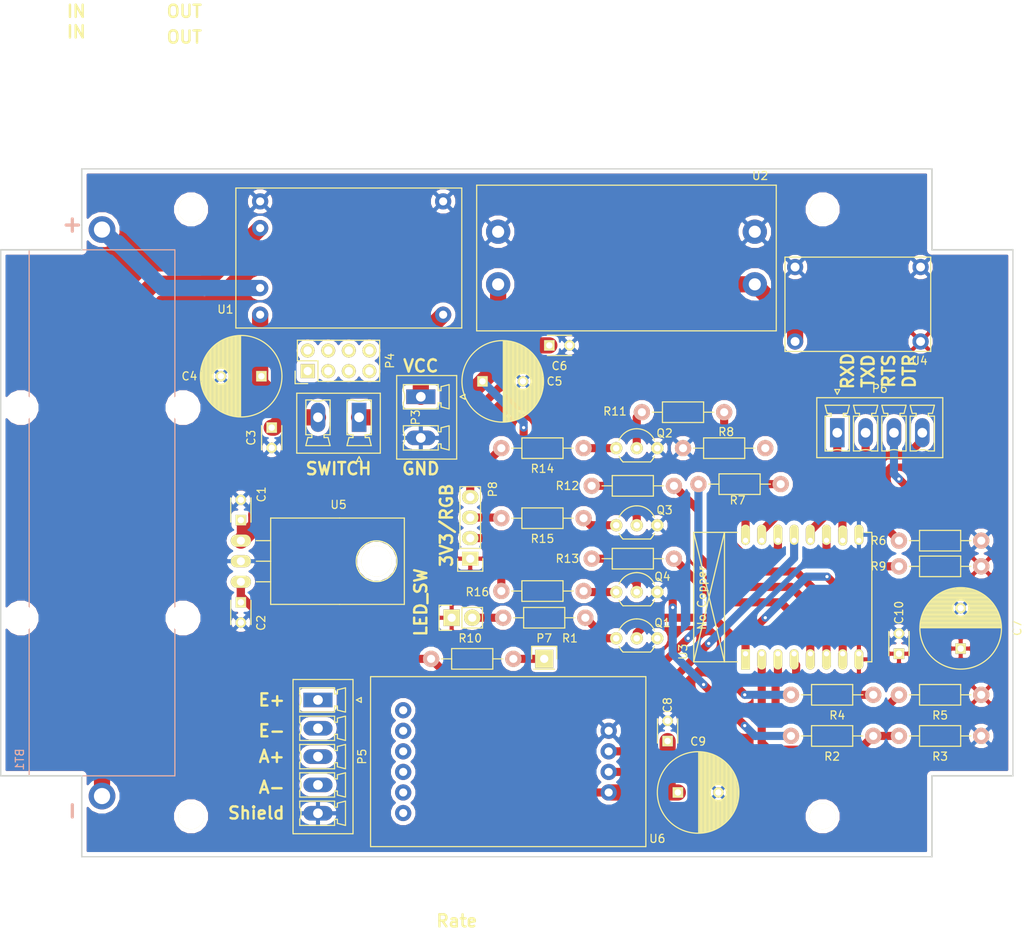
<source format=kicad_pcb>
(kicad_pcb (version 20171130) (host pcbnew 5.0.2-bee76a0~70~ubuntu18.04.1)
  (layers (0 F.Cu signal) (31 B.Cu signal) (34 B.Paste user) (35 F.Paste user) (36 B.SilkS user) (37 F.SilkS user) (38 B.Mask user) (39 F.Mask user) (44 Edge.Cuts user))
  (net 0 "")
  (net 1 "Net-(BT1-Pad+)")
  (net 2 "Net-(BT1-Pad-)")
  (net 3 "Net-(C1-Pad1)")
  (net 4 GND)
  (net 5 +5V)
  (net 6 "Net-(P1-Pad2)")
  (net 7 +3V3)
  (net 8 "Net-(P3-Pad1)")
  (net 9 "Net-(P4-Pad1)")
  (net 10 "Net-(P4-Pad3)")
  (net 11 "Net-(P4-Pad5)")
  (net 12 "Net-(P4-Pad7)")
  (net 13 "Net-(P5-Pad1)")
  (net 14 "Net-(P5-Pad2)")
  (net 15 "Net-(P5-Pad3)")
  (net 16 "Net-(P5-Pad4)")
  (net 17 /RXD)
  (net 18 /TXD)
  (net 19 /RTS)
  (net 20 /DTR)
  (net 21 "Net-(P7-Pad1)")
  (net 22 "Net-(P8-Pad4)")
  (net 23 "Net-(P8-Pad3)")
  (net 24 "Net-(P8-Pad2)")
  (net 25 "Net-(Q1-Pad2)")
  (net 26 "Net-(Q1-Pad1)")
  (net 27 "Net-(Q2-Pad2)")
  (net 28 "Net-(Q2-Pad1)")
  (net 29 "Net-(Q3-Pad1)")
  (net 30 "Net-(Q3-Pad2)")
  (net 31 "Net-(Q4-Pad1)")
  (net 32 "Net-(Q4-Pad2)")
  (net 33 +BATT)
  (net 34 "Net-(R2-Pad1)")
  (net 35 "Net-(R4-Pad2)")
  (net 36 "Net-(R5-Pad1)")
  (net 37 "Net-(R6-Pad2)")
  (net 38 /DT)
  (net 39 "Net-(R7-Pad1)")
  (net 40 "Net-(R9-Pad2)")
  (net 41 /BLUE)
  (net 42 /GREEN)
  (net 43 /RED)
  (net 44 /SCK)
  (net 45 "Net-(C3-Pad1)")
  (module modules:hx711 (layer F.Cu) (at 113.665 118.745)
    (fp_text reference U6 (at 18.415 9.525) (layer F.SilkS))
    (fp_text value HX711)
    (pad 10 thru_hole circle (at 12.41 -3.81) (size 2 2) (drill 1) (layers *.Cu *.Mask) (net 4 GND))
    (pad 9 thru_hole circle (at 12.41 -1.27) (size 2 2) (drill 1) (layers *.Cu *.Mask) (net 38 /DT))
    (pad 8 thru_hole circle (at 12.41 1.27) (size 2 2) (drill 1) (layers *.Cu *.Mask) (net 44 /SCK))
    (pad 7 thru_hole circle (at 12.41 3.81) (size 2 2) (drill 1) (layers *.Cu *.Mask) (net 5 +5V))
    (pad 6 thru_hole circle (at -12.97 6.35) (size 2 2) (drill 1) (layers *.Cu *.Mask))
    (pad 5 thru_hole circle (at -12.97 3.81) (size 2 2) (drill 1) (layers *.Cu *.Mask))
    (pad 4 thru_hole circle (at -12.97 1.27) (size 2 2) (drill 1) (layers *.Cu *.Mask) (net 16 "Net-(P5-Pad4)"))
    (pad 3 thru_hole circle (at -12.97 -1.27) (size 2 2) (drill 1) (layers *.Cu *.Mask) (net 15 "Net-(P5-Pad3)"))
    (pad 2 thru_hole circle (at -12.97 -3.81) (size 2 2) (drill 1) (layers *.Cu *.Mask) (net 14 "Net-(P5-Pad2)"))
    (pad 1 thru_hole circle (at -12.97 -6.35) (size 2 2) (drill 1) (layers *.Cu *.Mask) (net 13 "Net-(P5-Pad1)"))
  )
  (module Capacitors_ThroughHole:C_Radial_D10_L13_P5 (layer F.Cu) (at 110.49 71.755)
    (fp_text reference C5 (at 8.89 0) (layer F.SilkS))
    (fp_text value 10µ)
    (pad 2 thru_hole circle (at 5 0) (size 1.3 1.3) (drill 0.8) (layers *.Cu *.Mask F.SilkS) (net 4 GND))
    (pad 1 thru_hole rect (at 0 0) (size 1.3 1.3) (drill 0.8) (layers *.Cu *.Mask F.SilkS) (net 33 +BATT))
  )
  (module TO_SOT_Packages_THT:TO-220_Neutral123_Horizontal (layer F.Cu) (at 80.645 93.98 270)
    (fp_text reference U5 (at -6.985 -12.065) (layer F.SilkS))
    (fp_text value 7805)
    (pad "" np_thru_hole circle (at 0 -16.764) (size 3.79984 3.79984) (drill 3.79984) (layers *.Cu *.Mask F.SilkS))
    (pad 3 thru_hole oval (at 2.54 0) (size 2.49936 1.50114) (drill 1.00076) (layers *.Cu *.Mask F.SilkS) (net 5 +5V))
    (pad 1 thru_hole oval (at -2.54 0) (size 2.49936 1.50114) (drill 1.00076) (layers *.Cu *.Mask F.SilkS) (net 3 "Net-(C1-Pad1)"))
    (pad 2 thru_hole oval (at 0 0) (size 2.49936 1.50114) (drill 1.00076) (layers *.Cu *.Mask F.SilkS) (net 4 GND))
  )
  (module Capacitors_ThroughHole:C_Disc_D3_P2.5 (layer F.Cu) (at 80.645 88.9 90)
    (fp_text reference C1 (at 3.175 2.54 90) (layer F.SilkS))
    (fp_text value 330n)
    (pad 1 thru_hole rect (at 0 0 90) (size 1.3 1.3) (drill 0.8) (layers *.Cu *.Mask F.SilkS) (net 3 "Net-(C1-Pad1)"))
    (pad 2 thru_hole circle (at 2.5 0 90) (size 1.3 1.3) (drill 0.8001) (layers *.Cu *.Mask F.SilkS) (net 4 GND))
  )
  (module Capacitors_ThroughHole:C_Disc_D3_P2.5 (layer F.Cu) (at 80.645 99.06 270)
    (fp_text reference C2 (at 2.54 -2.5 270) (layer F.SilkS))
    (fp_text value 100n)
    (pad 2 thru_hole circle (at 2.5 0 270) (size 1.3 1.3) (drill 0.8001) (layers *.Cu *.Mask F.SilkS) (net 4 GND))
    (pad 1 thru_hole rect (at 0 0 270) (size 1.3 1.3) (drill 0.8) (layers *.Cu *.Mask F.SilkS) (net 5 +5V))
  )
  (module Pin_Headers:Pin_Header_Straight_1x02 (layer F.Cu) (at 106.68 100.965 90)
    (fp_text reference P1 hide)
    (fp_text value CONN_01X02)
    (pad 2 thru_hole oval (at 0 2.54 90) (size 2.032 2.032) (drill 1.016) (layers *.Cu *.Mask F.SilkS) (net 6 "Net-(P1-Pad2)"))
    (pad 1 thru_hole rect (at 0 0 90) (size 2.032 2.032) (drill 1.016) (layers *.Cu *.Mask F.SilkS) (net 7 +3V3))
  )
  (module Pin_Headers:Pin_Header_Straight_2x04 (layer F.Cu) (at 88.9 70.485 90)
    (fp_text reference P4 (at 1.27 10.16 90) (layer F.SilkS))
    (fp_text value CONN_01X08)
    (pad 1 thru_hole rect (at 0 0 90) (size 1.7272 1.7272) (drill 1.016) (layers *.Cu *.Mask F.SilkS) (net 9 "Net-(P4-Pad1)"))
    (pad 2 thru_hole oval (at 2.54 0 90) (size 1.7272 1.7272) (drill 1.016) (layers *.Cu *.Mask F.SilkS) (net 9 "Net-(P4-Pad1)"))
    (pad 3 thru_hole oval (at 0 2.54 90) (size 1.7272 1.7272) (drill 1.016) (layers *.Cu *.Mask F.SilkS) (net 10 "Net-(P4-Pad3)"))
    (pad 4 thru_hole oval (at 2.54 2.54 90) (size 1.7272 1.7272) (drill 1.016) (layers *.Cu *.Mask F.SilkS) (net 10 "Net-(P4-Pad3)"))
    (pad 5 thru_hole oval (at 0 5.08 90) (size 1.7272 1.7272) (drill 1.016) (layers *.Cu *.Mask F.SilkS) (net 11 "Net-(P4-Pad5)"))
    (pad 6 thru_hole oval (at 2.54 5.08 90) (size 1.7272 1.7272) (drill 1.016) (layers *.Cu *.Mask F.SilkS) (net 11 "Net-(P4-Pad5)"))
    (pad 7 thru_hole oval (at 0 7.62 90) (size 1.7272 1.7272) (drill 1.016) (layers *.Cu *.Mask F.SilkS) (net 12 "Net-(P4-Pad7)"))
    (pad 8 thru_hole oval (at 2.54 7.62 90) (size 1.7272 1.7272) (drill 1.016) (layers *.Cu *.Mask F.SilkS) (net 12 "Net-(P4-Pad7)"))
  )
  (module Pin_Headers:Pin_Header_Straight_1x04 (layer F.Cu) (at 108.975 93.665 180)
    (fp_text reference P8 (at -2.785 8.575 270) (layer F.SilkS))
    (fp_text value CONN_01X04)
    (pad 4 thru_hole oval (at 0 7.62 180) (size 2.032 1.7272) (drill 1.016) (layers *.Cu *.Mask F.SilkS) (net 22 "Net-(P8-Pad4)"))
    (pad 3 thru_hole oval (at 0 5.08 180) (size 2.032 1.7272) (drill 1.016) (layers *.Cu *.Mask F.SilkS) (net 23 "Net-(P8-Pad3)"))
    (pad 2 thru_hole oval (at 0 2.54 180) (size 2.032 1.7272) (drill 1.016) (layers *.Cu *.Mask F.SilkS) (net 24 "Net-(P8-Pad2)"))
    (pad 1 thru_hole rect (at 0 0 180) (size 2.032 1.7272) (drill 1.016) (layers *.Cu *.Mask F.SilkS) (net 7 +3V3))
  )
  (module Resistors_ThroughHole:Resistor_Horizontal_RM10mm (layer F.Cu) (at 123.19 100.965 180)
    (fp_text reference R1 (at 1.905 -2.54 180) (layer F.SilkS))
    (fp_text value 330)
    (pad 2 thru_hole circle (at 10.16 0 180) (size 1.99898 1.99898) (drill 1.00076) (layers *.Cu *.SilkS *.Mask) (net 6 "Net-(P1-Pad2)"))
    (pad 1 thru_hole circle (at 0 0 180) (size 1.99898 1.99898) (drill 1.00076) (layers *.Cu *.SilkS *.Mask) (net 26 "Net-(Q1-Pad1)"))
  )
  (module Resistors_ThroughHole:Resistor_Horizontal_RM10mm (layer F.Cu) (at 158.75 115.57 180)
    (fp_text reference R2 (at 5.08 -2.54 180) (layer F.SilkS))
    (fp_text value 15k)
    (pad 2 thru_hole circle (at 10.16 0 180) (size 1.99898 1.99898) (drill 1.00076) (layers *.Cu *.SilkS *.Mask) (net 33 +BATT))
    (pad 1 thru_hole circle (at 0 0 180) (size 1.99898 1.99898) (drill 1.00076) (layers *.Cu *.SilkS *.Mask) (net 34 "Net-(R2-Pad1)"))
  )
  (module Resistors_ThroughHole:Resistor_Horizontal_RM10mm (layer F.Cu) (at 172.085 115.57 180)
    (fp_text reference R3 (at 5.08 -2.54 180) (layer F.SilkS))
    (fp_text value 4k7)
    (pad 1 thru_hole circle (at 0 0 180) (size 1.99898 1.99898) (drill 1.00076) (layers *.Cu *.SilkS *.Mask) (net 4 GND))
    (pad 2 thru_hole circle (at 10.16 0 180) (size 1.99898 1.99898) (drill 1.00076) (layers *.Cu *.SilkS *.Mask) (net 34 "Net-(R2-Pad1)"))
  )
  (module Resistors_ThroughHole:Resistor_Horizontal_RM10mm (layer F.Cu) (at 148.59 110.49)
    (fp_text reference R4 (at 5.715 2.54) (layer F.SilkS))
    (fp_text value 100)
    (pad 1 thru_hole circle (at 0 0) (size 1.99898 1.99898) (drill 1.00076) (layers *.Cu *.SilkS *.Mask) (net 25 "Net-(Q1-Pad2)"))
    (pad 2 thru_hole circle (at 10.16 0) (size 1.99898 1.99898) (drill 1.00076) (layers *.Cu *.SilkS *.Mask) (net 35 "Net-(R4-Pad2)"))
  )
  (module Resistors_ThroughHole:Resistor_Horizontal_RM10mm (layer F.Cu) (at 161.925 110.49)
    (fp_text reference R5 (at 5.08 2.54) (layer F.SilkS))
    (fp_text value 10k)
    (pad 1 thru_hole circle (at 0 0) (size 1.99898 1.99898) (drill 1.00076) (layers *.Cu *.SilkS *.Mask) (net 36 "Net-(R5-Pad1)"))
    (pad 2 thru_hole circle (at 10.16 0) (size 1.99898 1.99898) (drill 1.00076) (layers *.Cu *.SilkS *.Mask) (net 7 +3V3))
  )
  (module Resistors_ThroughHole:Resistor_Horizontal_RM10mm (layer F.Cu) (at 172.085 91.44 180)
    (fp_text reference R6 (at 12.7 0 180) (layer F.SilkS))
    (fp_text value 10k)
    (pad 2 thru_hole circle (at 10.16 0 180) (size 1.99898 1.99898) (drill 1.00076) (layers *.Cu *.SilkS *.Mask) (net 37 "Net-(R6-Pad2)"))
    (pad 1 thru_hole circle (at 0 0 180) (size 1.99898 1.99898) (drill 1.00076) (layers *.Cu *.SilkS *.Mask) (net 4 GND))
  )
  (module Resistors_ThroughHole:Resistor_Horizontal_RM10mm (layer F.Cu) (at 147.32 84.455 180)
    (fp_text reference R7 (at 5.32892 -2 180) (layer F.SilkS))
    (fp_text value 12k)
    (pad 2 thru_hole circle (at 10.16 0 180) (size 1.99898 1.99898) (drill 1.00076) (layers *.Cu *.SilkS *.Mask) (net 38 /DT))
    (pad 1 thru_hole circle (at 0 0 180) (size 1.99898 1.99898) (drill 1.00076) (layers *.Cu *.SilkS *.Mask) (net 39 "Net-(R7-Pad1)"))
  )
  (module Resistors_ThroughHole:Resistor_Horizontal_RM10mm (layer F.Cu) (at 135.255 80.01)
    (fp_text reference R8 (at 5.32892 -2) (layer F.SilkS))
    (fp_text value 22k)
    (pad 1 thru_hole circle (at 0 0) (size 1.99898 1.99898) (drill 1.00076) (layers *.Cu *.SilkS *.Mask) (net 4 GND))
    (pad 2 thru_hole circle (at 10.16 0) (size 1.99898 1.99898) (drill 1.00076) (layers *.Cu *.SilkS *.Mask) (net 39 "Net-(R7-Pad1)"))
  )
  (module Resistors_ThroughHole:Resistor_Horizontal_RM10mm (layer F.Cu) (at 172.085 94.615 180)
    (fp_text reference R9 (at 12.7 0 180) (layer F.SilkS))
    (fp_text value 10k)
    (pad 1 thru_hole circle (at 0 0 180) (size 1.99898 1.99898) (drill 1.00076) (layers *.Cu *.SilkS *.Mask) (net 7 +3V3))
    (pad 2 thru_hole circle (at 10.16 0 180) (size 1.99898 1.99898) (drill 1.00076) (layers *.Cu *.SilkS *.Mask) (net 40 "Net-(R9-Pad2)"))
  )
  (module Resistors_ThroughHole:Resistor_Horizontal_RM10mm (layer F.Cu) (at 114.3 106.045 180)
    (fp_text reference R10 (at 5.32892 2.54 180) (layer F.SilkS))
    (fp_text value 10k)
    (pad 2 thru_hole circle (at 10.16 0 180) (size 1.99898 1.99898) (drill 1.00076) (layers *.Cu *.SilkS *.Mask) (net 5 +5V))
    (pad 1 thru_hole circle (at 0 0 180) (size 1.99898 1.99898) (drill 1.00076) (layers *.Cu *.SilkS *.Mask) (net 21 "Net-(P7-Pad1)"))
  )
  (module Resistors_ThroughHole:Resistor_Horizontal_RM10mm (layer F.Cu) (at 130.175 75.565)
    (fp_text reference R11 (at -3.325 -0.1) (layer F.SilkS))
    (fp_text value 100)
    (pad 2 thru_hole circle (at 10.16 0) (size 1.99898 1.99898) (drill 1.00076) (layers *.Cu *.SilkS *.Mask) (net 41 /BLUE))
    (pad 1 thru_hole circle (at 0 0) (size 1.99898 1.99898) (drill 1.00076) (layers *.Cu *.SilkS *.Mask) (net 27 "Net-(Q2-Pad2)"))
  )
  (module Resistors_ThroughHole:Resistor_Horizontal_RM10mm (layer F.Cu) (at 123.975 84.665)
    (fp_text reference R12 (at -3 0) (layer F.SilkS))
    (fp_text value 100)
    (pad 1 thru_hole circle (at 0 0) (size 1.99898 1.99898) (drill 1.00076) (layers *.Cu *.SilkS *.Mask) (net 30 "Net-(Q3-Pad2)"))
    (pad 2 thru_hole circle (at 10.16 0) (size 1.99898 1.99898) (drill 1.00076) (layers *.Cu *.SilkS *.Mask) (net 42 /GREEN))
  )
  (module Resistors_ThroughHole:Resistor_Horizontal_RM10mm (layer F.Cu) (at 123.975 93.665)
    (fp_text reference R13 (at -3 0) (layer F.SilkS))
    (fp_text value 100)
    (pad 1 thru_hole circle (at 0 0) (size 1.99898 1.99898) (drill 1.00076) (layers *.Cu *.SilkS *.Mask) (net 32 "Net-(Q4-Pad2)"))
    (pad 2 thru_hole circle (at 10.16 0) (size 1.99898 1.99898) (drill 1.00076) (layers *.Cu *.SilkS *.Mask) (net 43 /RED))
  )
  (module Resistors_ThroughHole:Resistor_Horizontal_RM10mm (layer F.Cu) (at 122.975 80.01 180)
    (fp_text reference R14 (at 5.08 -2.54 180) (layer F.SilkS))
    (fp_text value 330)
    (pad 1 thru_hole circle (at 0 0 180) (size 1.99898 1.99898) (drill 1.00076) (layers *.Cu *.SilkS *.Mask) (net 28 "Net-(Q2-Pad1)"))
    (pad 2 thru_hole circle (at 10.16 0 180) (size 1.99898 1.99898) (drill 1.00076) (layers *.Cu *.SilkS *.Mask) (net 22 "Net-(P8-Pad4)"))
  )
  (module Resistors_ThroughHole:Resistor_Horizontal_RM10mm (layer F.Cu) (at 122.975 88.665 180)
    (fp_text reference R15 (at 5.08 -2.54 180) (layer F.SilkS))
    (fp_text value 330)
    (pad 2 thru_hole circle (at 10.16 0 180) (size 1.99898 1.99898) (drill 1.00076) (layers *.Cu *.SilkS *.Mask) (net 23 "Net-(P8-Pad3)"))
    (pad 1 thru_hole circle (at 0 0 180) (size 1.99898 1.99898) (drill 1.00076) (layers *.Cu *.SilkS *.Mask) (net 29 "Net-(Q3-Pad1)"))
  )
  (module Resistors_ThroughHole:Resistor_Horizontal_RM10mm (layer F.Cu) (at 122.975 97.665 180)
    (fp_text reference R16 (at 13.12 -0.125 180) (layer F.SilkS))
    (fp_text value 330)
    (pad 2 thru_hole circle (at 10.16 0 180) (size 1.99898 1.99898) (drill 1.00076) (layers *.Cu *.SilkS *.Mask) (net 24 "Net-(P8-Pad2)"))
    (pad 1 thru_hole circle (at 0 0 180) (size 1.99898 1.99898) (drill 1.00076) (layers *.Cu *.SilkS *.Mask) (net 31 "Net-(Q4-Pad1)"))
  )
  (module modules:TP4056_module_prot (layer F.Cu) (at 93.98 56.515 180)
    (fp_text reference U1 (at 15.24 -6.35 180) (layer F.SilkS))
    (fp_text value TP4056withprotect)
    (pad 1 thru_hole circle (at -11.65 -7 180) (size 2 2) (drill 1) (layers *.Cu *.Mask) (net 8 "Net-(P3-Pad1)"))
    (pad 2 thru_hole circle (at -11.65 7 180) (size 2 2) (drill 1) (layers *.Cu *.Mask) (net 4 GND))
    (pad 3 thru_hole circle (at 10.95 7 180) (size 2 2) (drill 1) (layers *.Cu *.Mask) (net 4 GND))
    (pad 4 thru_hole circle (at 10.95 3.7 180) (size 2 2) (drill 1) (layers *.Cu *.Mask) (net 2 "Net-(BT1-Pad-)"))
    (pad 5 thru_hole circle (at 10.95 -3.7 180) (size 2 2) (drill 1) (layers *.Cu *.Mask) (net 1 "Net-(BT1-Pad+)"))
    (pad 6 thru_hole circle (at 10.95 -7 180) (size 2 2) (drill 1) (layers *.Cu *.Mask) (net 45 "Net-(C3-Pad1)"))
  )
  (module modules:MT3608_module_boost (layer F.Cu) (at 128.27 56.515)
    (fp_text reference U2 (at 16.51 -10.16) (layer F.SilkS))
    (fp_text value BoostConverter)
    (pad 1 thru_hole circle (at -15.85 -3.25) (size 3 3) (drill 1.5) (layers *.Cu *.Mask) (net 4 GND))
    (pad 2 thru_hole circle (at -15.85 3.25) (size 3 3) (drill 1.5) (layers *.Cu *.Mask) (net 33 +BATT))
    (pad 3 thru_hole circle (at 15.85 3.25) (size 3 3) (drill 1.5) (layers *.Cu *.Mask) (net 3 "Net-(C1-Pad1)"))
    (pad 4 thru_hole circle (at 15.85 -3.25) (size 3 3) (drill 1.5) (layers *.Cu *.Mask) (net 4 GND))
  )
  (module ESP8266:ESP-07v2 (layer F.Cu) (at 142.975 105.41 90)
    (fp_text reference U3 (at 0.24 -7.72 90) (layer F.SilkS))
    (fp_text value ESP-07v2)
    (fp_text user "No Copper" (at 6.892 -5.4 90) (layer F.SilkS))
    (pad 1 thru_hole rect (at 0 0 90) (size 2.5 1.1) (drill 0.65 (offset -0.7 0)) (layers *.Cu *.Mask F.SilkS) (net 19 /RTS))
    (pad 2 thru_hole oval (at 0 2 90) (size 2.5 1.1) (drill 0.65 (offset -0.7 0)) (layers *.Cu *.Mask F.SilkS) (net 34 "Net-(R2-Pad1)"))
    (pad 3 thru_hole oval (at 0 4 90) (size 2.5 1.1) (drill 0.65 (offset -0.7 0)) (layers *.Cu *.Mask F.SilkS) (net 36 "Net-(R5-Pad1)"))
    (pad 4 thru_hole oval (at 0 6 90) (size 2.5 1.1) (drill 0.65 (offset -0.7 0)) (layers *.Cu *.Mask F.SilkS) (net 35 "Net-(R4-Pad2)"))
    (pad 5 thru_hole oval (at 0 8 90) (size 2.5 1.1) (drill 0.65 (offset -0.7 0)) (layers *.Cu *.Mask F.SilkS) (net 43 /RED))
    (pad 6 thru_hole oval (at 0 10 90) (size 2.5 1.1) (drill 0.65 (offset -0.7 0)) (layers *.Cu *.Mask F.SilkS) (net 42 /GREEN))
    (pad 7 thru_hole oval (at 0 12 90) (size 2.5 1.1) (drill 0.65 (offset -0.7 0)) (layers *.Cu *.Mask F.SilkS) (net 41 /BLUE))
    (pad 8 thru_hole oval (at 0 14 90) (size 2.5 1.1) (drill 0.65 (offset -0.7 0)) (layers *.Cu *.Mask F.SilkS) (net 7 +3V3))
    (pad 9 thru_hole oval (at 14 14 90) (size 2.5 1.1) (drill 0.65 (offset 0.7 0)) (layers *.Cu *.Mask F.SilkS) (net 4 GND))
    (pad 10 thru_hole oval (at 14 12 90) (size 2.5 1.1) (drill 0.65 (offset 0.6 0)) (layers *.Cu *.Mask F.SilkS) (net 37 "Net-(R6-Pad2)"))
    (pad 11 thru_hole oval (at 14 10 90) (size 2.5 1.1) (drill 0.65 (offset 0.7 0)) (layers *.Cu *.Mask F.SilkS) (net 40 "Net-(R9-Pad2)"))
    (pad 12 thru_hole oval (at 14 8 90) (size 2.5 1.1) (drill 0.65 (offset 0.7 0)) (layers *.Cu *.Mask F.SilkS) (net 20 /DTR))
    (pad 13 thru_hole oval (at 14 6 90) (size 2.5 1.1) (drill 0.65 (offset 0.7 0)) (layers *.Cu *.Mask F.SilkS) (net 44 /SCK))
    (pad 14 thru_hole oval (at 14 4 90) (size 2.5 1.1) (drill 0.65 (offset 0.7 0)) (layers *.Cu *.Mask F.SilkS) (net 39 "Net-(R7-Pad1)"))
    (pad 15 thru_hole oval (at 14 2 90) (size 2.5 1.1) (drill 0.65 (offset 0.7 0)) (layers *.Cu *.Mask F.SilkS) (net 18 /TXD))
    (pad 16 thru_hole oval (at 14 0 90) (size 2.5 1.1) (drill 0.65 (offset 0.7 0)) (layers *.Cu *.Mask F.SilkS) (net 17 /RXD))
  )
  (module modules:dsn-mini-360_buck (layer F.Cu) (at 156.845 62.23 180)
    (fp_text reference U4 (at -7.62 -6.985 180) (layer F.SilkS))
    (fp_text value BuckConverter)
    (pad 3 thru_hole circle (at -7.75 -4.6 180) (size 2 2) (drill 1.1) (layers *.Cu *.Mask) (net 7 +3V3))
    (pad 4 thru_hole circle (at -7.75 4.6 180) (size 2 2) (drill 1.1) (layers *.Cu *.Mask) (net 4 GND))
    (pad 2 thru_hole circle (at 7.75 4.6 180) (size 2 2) (drill 1.1) (layers *.Cu *.Mask) (net 4 GND))
    (pad 1 thru_hole circle (at 7.75 -4.6 180) (size 2 2) (drill 1.1) (layers *.Cu *.Mask) (net 3 "Net-(C1-Pad1)"))
  )
  (module Connectors_Phoenix:PhoenixContact_MCV-G_02x5.08mm_Vertical (layer F.Cu) (at 95.25 76.2 180)
    (fp_text reference P2 hide)
    (fp_text value CONN_01X02)
    (pad 2 thru_hole oval (at 5.08 0 180) (size 1.8 3.6) (drill 1.2) (layers *.Cu *.Mask) (net 45 "Net-(C3-Pad1)"))
    (pad 1 thru_hole rect (at 0 0 180) (size 1.8 3.6) (drill 1.2) (layers *.Cu *.Mask) (net 33 +BATT))
  )
  (module Connectors_Phoenix:PhoenixContact_MCV-G_02x5.08mm_Vertical (layer F.Cu) (at 102.87 73.66 270)
    (fp_text reference P3 (at 2.54 0.635 270) (layer F.SilkS))
    (fp_text value CONN_01X02)
    (pad 1 thru_hole rect (at 0 0 270) (size 1.8 3.6) (drill 1.2) (layers *.Cu *.Mask) (net 8 "Net-(P3-Pad1)"))
    (pad 2 thru_hole oval (at 5.08 0 270) (size 1.8 3.6) (drill 1.2) (layers *.Cu *.Mask) (net 4 GND))
  )
  (module TO_SOT_Packages_THT:TO-92_Inline_Wide (layer F.Cu) (at 127 103.505)
    (fp_text reference Q1 (at 5.715 -1.905 -180) (layer F.SilkS))
    (fp_text value Q_NPN_CBE)
    (pad 2 thru_hole circle (at 2.54 0 90) (size 1.524 1.524) (drill 0.8) (layers *.Cu *.Mask F.SilkS) (net 25 "Net-(Q1-Pad2)"))
    (pad 3 thru_hole circle (at 5.08 0 90) (size 1.524 1.524) (drill 0.8) (layers *.Cu *.Mask F.SilkS) (net 4 GND))
    (pad 1 thru_hole circle (at 0 0 90) (size 1.524 1.524) (drill 0.8) (layers *.Cu *.Mask F.SilkS) (net 26 "Net-(Q1-Pad1)"))
  )
  (module TO_SOT_Packages_THT:TO-92_Inline_Wide (layer F.Cu) (at 127 80.01)
    (fp_text reference Q2 (at 5.975 -1.845 -180) (layer F.SilkS))
    (fp_text value Q_NPN_CBE)
    (pad 1 thru_hole circle (at 0 0 90) (size 1.524 1.524) (drill 0.8) (layers *.Cu *.Mask F.SilkS) (net 28 "Net-(Q2-Pad1)"))
    (pad 3 thru_hole circle (at 5.08 0 90) (size 1.524 1.524) (drill 0.8) (layers *.Cu *.Mask F.SilkS) (net 4 GND))
    (pad 2 thru_hole circle (at 2.54 0 90) (size 1.524 1.524) (drill 0.8) (layers *.Cu *.Mask F.SilkS) (net 27 "Net-(Q2-Pad2)"))
  )
  (module TO_SOT_Packages_THT:TO-92_Inline_Wide (layer F.Cu) (at 127 89.535)
    (fp_text reference Q3 (at 5.975 -1.87 -180) (layer F.SilkS))
    (fp_text value Q_NPN_CBE)
    (pad 2 thru_hole circle (at 2.54 0 90) (size 1.524 1.524) (drill 0.8) (layers *.Cu *.Mask F.SilkS) (net 30 "Net-(Q3-Pad2)"))
    (pad 3 thru_hole circle (at 5.08 0 90) (size 1.524 1.524) (drill 0.8) (layers *.Cu *.Mask F.SilkS) (net 4 GND))
    (pad 1 thru_hole circle (at 0 0 90) (size 1.524 1.524) (drill 0.8) (layers *.Cu *.Mask F.SilkS) (net 29 "Net-(Q3-Pad1)"))
  )
  (module TO_SOT_Packages_THT:TO-92_Inline_Wide (layer F.Cu) (at 127 97.79)
    (fp_text reference Q4 (at 5.715 -1.905 -180) (layer F.SilkS))
    (fp_text value Q_NPN_CBE)
    (pad 1 thru_hole circle (at 0 0 90) (size 1.524 1.524) (drill 0.8) (layers *.Cu *.Mask F.SilkS) (net 31 "Net-(Q4-Pad1)"))
    (pad 3 thru_hole circle (at 5.08 0 90) (size 1.524 1.524) (drill 0.8) (layers *.Cu *.Mask F.SilkS) (net 4 GND))
    (pad 2 thru_hole circle (at 2.54 0 90) (size 1.524 1.524) (drill 0.8) (layers *.Cu *.Mask F.SilkS) (net 32 "Net-(Q4-Pad2)"))
  )
  (module Battery_Holders:18650_bare (layer B.Cu) (at 63.5 88 270)
    (fp_text reference BT1 (at 30.48 10.16 270) (layer B.SilkS) (effects (justify mirror)))
    (fp_text value Battery)
    (fp_text user + (at -35.56 3.81 270) (layer B.SilkS) (effects (font (size 2 2) (thickness 0.4)) (justify mirror)))
    (fp_text user - (at 36.83 3.81 270) (layer B.SilkS) (effects (font (size 2 2) (thickness 0.4)) (justify mirror)))
    (pad "" np_thru_hole circle (at -13 10 270) (size 3.3 3.3) (drill 3.3) (layers *.Cu *.Mask))
    (pad "" np_thru_hole circle (at -13 -10 270) (size 3.3 3.3) (drill 3.3) (layers *.Cu *.Mask))
    (pad + thru_hole circle (at -35 0 270) (size 3.3 3.3) (drill 2) (layers *.Cu *.Mask) (net 1 "Net-(BT1-Pad+)"))
    (pad - thru_hole circle (at 35 0 270) (size 3.3 3.3) (drill 2) (layers *.Cu *.Mask) (net 2 "Net-(BT1-Pad-)"))
    (pad "" np_thru_hole circle (at 13 10 270) (size 3.3 3.3) (drill 3.3) (layers *.Cu *.Mask))
    (pad "" np_thru_hole circle (at 13 -10 270) (size 3.3 3.3) (drill 3.3) (layers *.Cu *.Mask))
  )
  (module Capacitors_ThroughHole:C_Disc_D3_P2.5 (layer F.Cu) (at 84.455 77.47 270)
    (fp_text reference C3 (at 1.25 2.54 270) (layer F.SilkS))
    (fp_text value 100n)
    (pad 1 thru_hole rect (at 0 0 270) (size 1.3 1.3) (drill 0.8) (layers *.Cu *.Mask F.SilkS) (net 45 "Net-(C3-Pad1)"))
    (pad 2 thru_hole circle (at 2.5 0 270) (size 1.3 1.3) (drill 0.8001) (layers *.Cu *.Mask F.SilkS) (net 4 GND))
  )
  (module Capacitors_ThroughHole:C_Radial_D10_L13_P5 (layer F.Cu) (at 83.185 71.12 180)
    (fp_text reference C4 (at 8.89 0 180) (layer F.SilkS))
    (fp_text value 10µ)
    (pad 1 thru_hole rect (at 0 0 180) (size 1.3 1.3) (drill 0.8) (layers *.Cu *.Mask F.SilkS) (net 45 "Net-(C3-Pad1)"))
    (pad 2 thru_hole circle (at 5 0 180) (size 1.3 1.3) (drill 0.8) (layers *.Cu *.Mask F.SilkS) (net 4 GND))
  )
  (module Capacitors_ThroughHole:C_Disc_D3_P2.5 (layer F.Cu) (at 118.745 67.31)
    (fp_text reference C6 (at 1.25 2.54) (layer F.SilkS))
    (fp_text value 100n)
    (pad 2 thru_hole circle (at 2.5 0) (size 1.3 1.3) (drill 0.8001) (layers *.Cu *.Mask F.SilkS) (net 4 GND))
    (pad 1 thru_hole rect (at 0 0) (size 1.3 1.3) (drill 0.8) (layers *.Cu *.Mask F.SilkS) (net 33 +BATT))
  )
  (module Capacitors_ThroughHole:C_Radial_D10_L13_P5 (layer F.Cu) (at 169.545 104.775 90)
    (fp_text reference C7 (at 2.54 6.985 90) (layer F.SilkS))
    (fp_text value 10µ)
    (pad 1 thru_hole rect (at 0 0 90) (size 1.3 1.3) (drill 0.8) (layers *.Cu *.Mask F.SilkS) (net 7 +3V3))
    (pad 2 thru_hole circle (at 5 0 90) (size 1.3 1.3) (drill 0.8) (layers *.Cu *.Mask F.SilkS) (net 4 GND))
  )
  (module Capacitors_ThroughHole:C_Disc_D3_P2.5 (layer F.Cu) (at 133.35 116.205 90)
    (fp_text reference C8 (at 4.445 0 90) (layer F.SilkS))
    (fp_text value 100n)
    (pad 1 thru_hole rect (at 0 0 90) (size 1.3 1.3) (drill 0.8) (layers *.Cu *.Mask F.SilkS) (net 5 +5V))
    (pad 2 thru_hole circle (at 2.5 0 90) (size 1.3 1.3) (drill 0.8001) (layers *.Cu *.Mask F.SilkS) (net 4 GND))
  )
  (module Capacitors_ThroughHole:C_Radial_D10_L13_P5 (layer F.Cu) (at 134.62 122.555)
    (fp_text reference C9 (at 2.5 -6.3) (layer F.SilkS))
    (fp_text value 10µ)
    (pad 2 thru_hole circle (at 5 0) (size 1.3 1.3) (drill 0.8) (layers *.Cu *.Mask F.SilkS) (net 4 GND))
    (pad 1 thru_hole rect (at 0 0) (size 1.3 1.3) (drill 0.8) (layers *.Cu *.Mask F.SilkS) (net 5 +5V))
  )
  (module Pin_Headers:Pin_Header_Straight_1x01 (layer F.Cu) (at 118.11 106.045)
    (fp_text reference P7 (at 0 -2.54) (layer F.SilkS))
    (fp_text value CONN_01X01)
    (pad 1 thru_hole rect (at 0 0) (size 2.2352 2.2352) (drill 1.016) (layers *.Cu *.Mask F.SilkS) (net 21 "Net-(P7-Pad1)"))
  )
  (module Capacitors_ThroughHole:C_Disc_D3_P2.5 (layer F.Cu) (at 161.925 105.41 90)
    (fp_text reference C10 (at 5.08 0 90) (layer F.SilkS))
    (fp_text value 100n)
    (pad 1 thru_hole rect (at 0 0 90) (size 1.3 1.3) (drill 0.8) (layers *.Cu *.Mask F.SilkS) (net 7 +3V3))
    (pad 2 thru_hole circle (at 2.5 0 90) (size 1.3 1.3) (drill 0.8001) (layers *.Cu *.Mask F.SilkS) (net 4 GND))
  )
  (module Connectors_Phoenix:PhoenixContact_MCV-G_05x3.50mm_Vertical (layer F.Cu) (at 90.17 111.125 270)
    (fp_text reference P5 (at 7 -5.45 270) (layer F.SilkS))
    (fp_text value CONN_01X05)
    (pad 1 thru_hole rect (at 0 0 270) (size 1.8 3.6) (drill 1.2) (layers *.Cu *.Mask) (net 13 "Net-(P5-Pad1)"))
    (pad 2 thru_hole oval (at 3.5 0 270) (size 1.8 3.6) (drill 1.2) (layers *.Cu *.Mask) (net 14 "Net-(P5-Pad2)"))
    (pad 3 thru_hole oval (at 7 0 270) (size 1.8 3.6) (drill 1.2) (layers *.Cu *.Mask) (net 15 "Net-(P5-Pad3)"))
    (pad 4 thru_hole oval (at 10.5 0 270) (size 1.8 3.6) (drill 1.2) (layers *.Cu *.Mask) (net 16 "Net-(P5-Pad4)"))
    (pad 5 thru_hole oval (at 14 0 270) (size 1.8 3.6) (drill 1.2) (layers *.Cu *.Mask) (net 4 GND))
  )
  (module Connectors_Phoenix:PhoenixContact_MCV-G_04x3.50mm_Vertical (layer F.Cu) (at 154.305 78.105)
    (fp_text reference P6 (at 5.25 -5.45) (layer F.SilkS))
    (fp_text value CONN_01X04)
    (pad 1 thru_hole rect (at 0 0) (size 1.8 3.6) (drill 1.2) (layers *.Cu *.Mask) (net 17 /RXD))
    (pad 2 thru_hole oval (at 3.5 0) (size 1.8 3.6) (drill 1.2) (layers *.Cu *.Mask) (net 18 /TXD))
    (pad 3 thru_hole oval (at 7 0) (size 1.8 3.6) (drill 1.2) (layers *.Cu *.Mask) (net 19 /RTS))
    (pad 4 thru_hole oval (at 10.5 0) (size 1.8 3.6) (drill 1.2) (layers *.Cu *.Mask) (net 20 /DTR))
  )
  (module Mounting_Holes:MountingHole_3.2mm_M3 (layer F.Cu) (at 74.5 50.5)
    (fp_text reference REF** hide)
    (fp_text value MountingHole_3.2mm_M3)
    (pad 1 np_thru_hole circle (at 0 0) (size 3.2 3.2) (drill 3.2) (layers *.Cu *.Mask F.SilkS))
  )
  (module Mounting_Holes:MountingHole_3.2mm_M3 (layer F.Cu) (at 152.5 50.5)
    (fp_text reference REF** hide)
    (fp_text value MountingHole_3.2mm_M3)
    (pad 1 np_thru_hole circle (at 0 0) (size 3.2 3.2) (drill 3.2) (layers *.Cu *.Mask F.SilkS))
  )
  (module Mounting_Holes:MountingHole_3.2mm_M3 (layer F.Cu) (at 74.5 125.5)
    (fp_text reference REF** hide)
    (fp_text value MountingHole_3.2mm_M3)
    (pad 1 np_thru_hole circle (at 0 0) (size 3.2 3.2) (drill 3.2) (layers *.Cu *.Mask F.SilkS))
  )
  (module Mounting_Holes:MountingHole_3.2mm_M3 (layer F.Cu) (at 152.5 125.5)
    (fp_text reference REF** hide)
    (fp_text value MountingHole_3.2mm_M3)
    (pad 1 np_thru_hole circle (at 0 0) (size 3.2 3.2) (drill 3.2) (layers *.Cu *.Mask F.SilkS))
  )
  (gr_text OUT (at 73.66 29.21) (layer F.SilkS) (effects (font (size 1.5 1.5) (thickness 0.3))))
  (gr_text IN (at 60.325 28.575) (layer F.SilkS) (effects (font (size 1.5 1.5) (thickness 0.3))))
  (gr_text OUT (at 73.66 26.035) (layer F.SilkS) (effects (font (size 1.5 1.5) (thickness 0.3))))
  (gr_text IN (at 60.325 26.035) (layer F.SilkS) (effects (font (size 1.5 1.5) (thickness 0.3))))
  (gr_text A- (at 84.455 121.92) (layer F.SilkS) (effects (font (size 1.5 1.5) (thickness 0.3))))
  (gr_text A+ (at 84.455 118.11) (layer F.SilkS) (effects (font (size 1.5 1.5) (thickness 0.3))))
  (gr_text E- (at 84.455 114.935) (layer F.SilkS) (effects (font (size 1.5 1.5) (thickness 0.3))))
  (gr_text E+ (at 84.455 111.125) (layer F.SilkS) (effects (font (size 1.5 1.5) (thickness 0.3))))
  (gr_text Shield (at 82.55 125.095) (layer F.SilkS) (effects (font (size 1.5 1.5) (thickness 0.3))))
  (gr_text VCC (at 102.87 69.85) (layer F.SilkS) (effects (font (size 1.5 1.5) (thickness 0.3))))
  (gr_text GND (at 102.87 82.55) (layer F.SilkS) (effects (font (size 1.5 1.5) (thickness 0.3))))
  (gr_text SWITCH (at 92.71 82.55) (layer F.SilkS) (effects (font (size 1.5 1.5) (thickness 0.3))))
  (gr_text Rate (at 107.315 138.43) (layer F.SilkS) (effects (font (size 1.5 1.5) (thickness 0.3))))
  (gr_text RXD (at 155.575 70.485 90) (layer F.SilkS) (effects (font (size 1.5 1.5) (thickness 0.3))))
  (gr_text TXD (at 158.115 70.485 90) (layer F.SilkS) (effects (font (size 1.5 1.5) (thickness 0.3))))
  (gr_text RTS (at 160.655 70.485 90) (layer F.SilkS) (effects (font (size 1.5 1.5) (thickness 0.3))))
  (gr_text DTR (at 163.195 70.485 90) (layer F.SilkS) (effects (font (size 1.5 1.5) (thickness 0.3))))
  (gr_text 3V3/RGB (at 106.045 89.535 90) (layer F.SilkS) (effects (font (size 1.5 1.5) (thickness 0.3))))
  (gr_text LED_SW (at 102.87 99.06 90) (layer F.SilkS) (effects (font (size 1.5 1.5) (thickness 0.3))))
  (gr_line (start 166 55.5) (end 176 55.5) (layer Edge.Cuts) (width 0.2))
  (gr_line (start 166 45.5) (end 166 55.5) (layer Edge.Cuts) (width 0.2))
  (gr_line (start 61 55.5) (end 61 45.5) (layer Edge.Cuts) (width 0.2))
  (gr_line (start 51 55.5) (end 61 55.5) (layer Edge.Cuts) (width 0.2))
  (gr_line (start 61 120.5) (end 51 120.5) (layer Edge.Cuts) (width 0.2))
  (gr_line (start 61 130.5) (end 61 120.5) (layer Edge.Cuts) (width 0.2))
  (gr_line (start 166 120.5) (end 166 130.5) (layer Edge.Cuts) (width 0.2))
  (gr_line (start 176 120.5) (end 166 120.5) (layer Edge.Cuts) (width 0.2))
  (gr_line (start 51 120.5) (end 51 55.5) (layer Edge.Cuts) (width 0.15))
  (gr_line (start 166 130.5) (end 61 130.5) (layer Edge.Cuts) (width 0.15))
  (gr_line (start 176 55.5) (end 176 120.5) (layer Edge.Cuts) (width 0.15))
  (gr_line (start 61 45.5) (end 166 45.5) (layer Edge.Cuts) (width 0.15))
  (segment (start 65.149999 54.649999) (end 65.444999 54.649999) (width 2) (layer B.Cu) (net 1))
  (segment (start 63.5 53) (end 65.149999 54.649999) (width 2) (layer B.Cu) (net 1))
  (segment (start 71.01 60.215) (end 83.03 60.215) (width 2) (layer B.Cu) (net 1))
  (segment (start 65.444999 54.649999) (end 71.01 60.215) (width 2) (layer B.Cu) (net 1))
  (segment (start 63.5 123) (end 63.5 66.04) (width 2) (layer F.Cu) (net 2))
  (segment (start 63.5 66.04) (end 69.85 59.69) (width 2) (layer F.Cu) (net 2))
  (segment (start 76.155 59.69) (end 83.03 52.815) (width 2) (layer F.Cu) (net 2))
  (segment (start 69.85 59.69) (end 76.155 59.69) (width 2) (layer F.Cu) (net 2))
  (segment (start 149.095 64.74) (end 144.12 59.765) (width 2) (layer F.Cu) (net 3))
  (segment (start 149.095 66.83) (end 149.095 64.74) (width 2) (layer F.Cu) (net 3))
  (segment (start 80.645 91.44) (end 80.645 88.9) (width 1) (layer F.Cu) (net 3))
  (segment (start 82.55 89.535) (end 80.645 91.44) (width 2) (layer F.Cu) (net 3))
  (segment (start 134.06 59.765) (end 133.985 59.69) (width 2) (layer F.Cu) (net 3))
  (segment (start 88.265 82.55) (end 82.55 88.265) (width 2) (layer F.Cu) (net 3))
  (segment (start 144.12 59.765) (end 134.06 59.765) (width 2) (layer F.Cu) (net 3))
  (segment (start 119.38 74.295) (end 113.665 74.295) (width 2) (layer F.Cu) (net 3))
  (segment (start 113.665 74.295) (end 105.41 82.55) (width 2) (layer F.Cu) (net 3))
  (segment (start 82.55 88.265) (end 82.55 89.535) (width 2) (layer F.Cu) (net 3))
  (segment (start 133.985 59.69) (end 119.38 74.295) (width 2) (layer F.Cu) (net 3))
  (segment (start 105.41 82.55) (end 88.265 82.55) (width 2) (layer F.Cu) (net 3))
  (segment (start 80.645 99.06) (end 80.645 96.52) (width 1) (layer F.Cu) (net 5))
  (segment (start 133.35 116.205) (end 133.35 122.555) (width 2) (layer F.Cu) (net 5))
  (segment (start 126.075 122.555) (end 133.35 122.555) (width 2) (layer F.Cu) (net 5))
  (segment (start 133.35 122.555) (end 134.62 122.555) (width 2) (layer F.Cu) (net 5))
  (segment (start 120.65 122.555) (end 104.14 106.045) (width 1) (layer F.Cu) (net 5))
  (segment (start 126.075 122.555) (end 120.65 122.555) (width 1) (layer F.Cu) (net 5))
  (segment (start 80.645 98.27057) (end 80.645 96.52) (width 1) (layer F.Cu) (net 5))
  (segment (start 88.41943 106.045) (end 80.645 98.27057) (width 1) (layer F.Cu) (net 5))
  (segment (start 104.14 106.045) (end 88.41943 106.045) (width 1) (layer F.Cu) (net 5))
  (segment (start 109.22 100.965) (end 113.03 100.965) (width 1) (layer F.Cu) (net 6))
  (segment (start 102.87 66.275) (end 105.63 63.515) (width 2) (layer F.Cu) (net 8))
  (segment (start 102.87 73.66) (end 102.87 66.275) (width 2) (layer F.Cu) (net 8))
  (segment (start 142.975 91.41) (end 142.975 88.8) (width 1) (layer F.Cu) (net 17))
  (segment (start 142.975 88.8) (end 144.78 86.995) (width 1) (layer F.Cu) (net 17))
  (segment (start 144.78 86.995) (end 148.59 86.995) (width 1) (layer F.Cu) (net 17))
  (segment (start 154.305 81.28) (end 154.305 78.105) (width 1) (layer F.Cu) (net 17))
  (segment (start 148.59 86.995) (end 154.305 81.28) (width 1) (layer F.Cu) (net 17))
  (segment (start 147.022209 88.19501) (end 150.51499 88.19501) (width 1) (layer F.Cu) (net 18))
  (segment (start 150.51499 88.19501) (end 157.805 80.905) (width 1) (layer F.Cu) (net 18))
  (segment (start 144.975 90.242219) (end 147.022209 88.19501) (width 1) (layer F.Cu) (net 18))
  (segment (start 157.805 80.905) (end 157.805 78.105) (width 1) (layer F.Cu) (net 18))
  (segment (start 144.975 91.41) (end 144.975 90.242219) (width 1) (layer F.Cu) (net 18))
  (via (at 145.415 100.965) (size 0.8) (drill 0.4) (layers F.Cu B.Cu) (net 19))
  (segment (start 142.975 105.41) (end 142.975 103.405) (width 1) (layer F.Cu) (net 19))
  (segment (start 142.975 103.405) (end 145.415 100.965) (width 1) (layer F.Cu) (net 19))
  (segment (start 145.415 100.965) (end 150.495 95.885) (width 1) (layer B.Cu) (net 19))
  (via (at 153.035 95.885) (size 0.8) (drill 0.4) (layers F.Cu B.Cu) (net 19))
  (segment (start 150.495 95.885) (end 153.035 95.885) (width 1) (layer B.Cu) (net 19))
  (segment (start 153.035 95.885) (end 154.305 97.155) (width 1) (layer F.Cu) (net 19))
  (segment (start 154.305 97.155) (end 163.195 97.155) (width 1) (layer F.Cu) (net 19))
  (segment (start 163.195 97.155) (end 165.735 94.615) (width 1) (layer F.Cu) (net 19))
  (via (at 161.925 83.82) (size 0.8) (drill 0.4) (layers F.Cu B.Cu) (net 19))
  (segment (start 165.735 94.615) (end 165.735 87.63) (width 1) (layer F.Cu) (net 19))
  (segment (start 165.735 87.63) (end 161.925 83.82) (width 1) (layer F.Cu) (net 19))
  (segment (start 161.925 83.82) (end 161.29 83.185) (width 1) (layer B.Cu) (net 19))
  (segment (start 161.305 83.17) (end 161.305 78.105) (width 1) (layer B.Cu) (net 19))
  (segment (start 161.29 83.185) (end 161.305 83.17) (width 1) (layer B.Cu) (net 19))
  (segment (start 162.905 80.905) (end 164.805 79.005) (width 1) (layer F.Cu) (net 20))
  (segment (start 160.312219 80.905) (end 162.905 80.905) (width 1) (layer F.Cu) (net 20))
  (segment (start 150.975 90.242219) (end 160.312219 80.905) (width 1) (layer F.Cu) (net 20))
  (segment (start 164.805 79.005) (end 164.805 78.105) (width 1) (layer F.Cu) (net 20))
  (segment (start 150.975 91.41) (end 150.975 90.242219) (width 1) (layer F.Cu) (net 20))
  (segment (start 114.3 106.045) (end 118.11 106.045) (width 1) (layer F.Cu) (net 21))
  (segment (start 108.975 83.85) (end 112.815 80.01) (width 1) (layer F.Cu) (net 22))
  (segment (start 108.975 86.045) (end 108.975 83.85) (width 1) (layer F.Cu) (net 22))
  (segment (start 112.735 88.585) (end 112.815 88.665) (width 1) (layer F.Cu) (net 23))
  (segment (start 108.975 88.585) (end 112.735 88.585) (width 1) (layer F.Cu) (net 23))
  (segment (start 112.815 92.949) (end 112.815 97.665) (width 1) (layer F.Cu) (net 24))
  (segment (start 110.991 91.125) (end 112.815 92.949) (width 1) (layer F.Cu) (net 24))
  (segment (start 108.975 91.125) (end 110.991 91.125) (width 1) (layer F.Cu) (net 24))
  (via (at 142.875 110.49) (size 0.8) (drill 0.4) (layers F.Cu B.Cu) (net 25))
  (segment (start 148.59 110.49) (end 142.875 110.49) (width 1) (layer B.Cu) (net 25))
  (segment (start 142.875 110.49) (end 140.97 108.585) (width 1) (layer F.Cu) (net 25))
  (segment (start 140.97 108.585) (end 140.97 102.87) (width 1) (layer F.Cu) (net 25))
  (segment (start 140.97 102.87) (end 139.065 100.965) (width 1) (layer F.Cu) (net 25))
  (segment (start 139.065 100.965) (end 131.445 100.965) (width 1) (layer F.Cu) (net 25))
  (segment (start 131.445 100.965) (end 129.54 102.87) (width 1) (layer F.Cu) (net 25))
  (segment (start 129.54 102.87) (end 129.54 103.505) (width 1) (layer F.Cu) (net 25))
  (segment (start 125.73 103.505) (end 123.19 100.965) (width 1) (layer F.Cu) (net 26))
  (segment (start 127 103.505) (end 125.73 103.505) (width 1) (layer F.Cu) (net 26))
  (segment (start 129.54 76.2) (end 130.175 75.565) (width 1) (layer F.Cu) (net 27))
  (segment (start 129.54 80.01) (end 129.54 76.2) (width 1) (layer F.Cu) (net 27))
  (segment (start 122.975 80.01) (end 127 80.01) (width 1) (layer F.Cu) (net 28))
  (segment (start 123.845 89.535) (end 122.975 88.665) (width 1) (layer F.Cu) (net 29))
  (segment (start 127 89.535) (end 123.845 89.535) (width 1) (layer F.Cu) (net 29))
  (segment (start 129.54 89.535) (end 129.54 88.265) (width 1) (layer F.Cu) (net 30))
  (segment (start 125.94 84.665) (end 123.975 84.665) (width 1) (layer F.Cu) (net 30))
  (segment (start 129.54 88.265) (end 125.94 84.665) (width 1) (layer F.Cu) (net 30))
  (segment (start 123.1 97.79) (end 122.975 97.665) (width 1) (layer F.Cu) (net 31))
  (segment (start 127 97.79) (end 123.1 97.79) (width 1) (layer F.Cu) (net 31))
  (segment (start 129.54 97.79) (end 129.54 96.71237) (width 1) (layer F.Cu) (net 32))
  (segment (start 126.49263 93.665) (end 123.975 93.665) (width 1) (layer F.Cu) (net 32))
  (segment (start 129.54 96.71237) (end 126.49263 93.665) (width 1) (layer F.Cu) (net 32))
  (segment (start 95.25 76.2) (end 106.045 76.2) (width 2) (layer F.Cu) (net 33))
  (segment (start 106.045 76.2) (end 112.42 69.825) (width 2) (layer F.Cu) (net 33))
  (segment (start 110.49 71.755) (end 112.42 69.825) (width 2) (layer F.Cu) (net 33))
  (segment (start 118.745 67.31) (end 112.42 67.31) (width 2) (layer F.Cu) (net 33))
  (segment (start 112.42 69.825) (end 112.42 67.31) (width 2) (layer F.Cu) (net 33))
  (segment (start 112.42 67.31) (end 112.42 59.765) (width 2) (layer F.Cu) (net 33))
  (via (at 142.875 114.3) (size 0.8) (drill 0.4) (layers F.Cu B.Cu) (net 33))
  (segment (start 148.59 115.57) (end 144.145 115.57) (width 1) (layer B.Cu) (net 33))
  (segment (start 144.145 115.57) (end 142.875 114.3) (width 1) (layer B.Cu) (net 33))
  (via (at 137.795 109.22) (size 0.8) (drill 0.4) (layers F.Cu B.Cu) (net 33))
  (segment (start 142.875 114.3) (end 137.795 109.22) (width 1) (layer F.Cu) (net 33))
  (via (at 133.985 99.695) (size 0.8) (drill 0.4) (layers F.Cu B.Cu) (net 33))
  (segment (start 137.795 109.22) (end 133.985 105.41) (width 1) (layer B.Cu) (net 33))
  (segment (start 133.985 105.41) (end 133.985 99.695) (width 1) (layer B.Cu) (net 33))
  (segment (start 133.985 99.695) (end 133.985 97.531238) (width 1) (layer F.Cu) (net 33))
  (segment (start 133.985 97.531238) (end 133.985 97.155) (width 1) (layer F.Cu) (net 33))
  (segment (start 133.985 97.155) (end 128.27 91.44) (width 1) (layer F.Cu) (net 33))
  (segment (start 128.27 91.44) (end 121.92 91.44) (width 1) (layer F.Cu) (net 33))
  (via (at 115.57 77.47) (size 0.8) (drill 0.4) (layers F.Cu B.Cu) (net 33))
  (segment (start 121.92 91.44) (end 115.57 85.09) (width 1) (layer F.Cu) (net 33))
  (segment (start 115.57 85.09) (end 115.57 77.47) (width 1) (layer F.Cu) (net 33))
  (segment (start 115.57 76.835) (end 110.49 71.755) (width 1) (layer B.Cu) (net 33))
  (segment (start 115.57 77.47) (end 115.57 76.835) (width 1) (layer B.Cu) (net 33))
  (segment (start 144.975 105.41) (end 144.975 116.4) (width 1) (layer F.Cu) (net 34))
  (segment (start 157.750511 116.569489) (end 158.75 115.57) (width 1) (layer F.Cu) (net 34))
  (segment (start 157.050509 117.269491) (end 157.750511 116.569489) (width 1) (layer F.Cu) (net 34))
  (segment (start 145.844491 117.269491) (end 157.050509 117.269491) (width 1) (layer F.Cu) (net 34))
  (segment (start 144.975 116.4) (end 145.844491 117.269491) (width 1) (layer F.Cu) (net 34))
  (segment (start 161.925 115.57) (end 158.75 115.57) (width 1) (layer F.Cu) (net 34))
  (segment (start 148.975 106.577781) (end 149.225 106.827781) (width 1) (layer F.Cu) (net 35))
  (segment (start 148.975 105.41) (end 148.975 106.577781) (width 1) (layer F.Cu) (net 35))
  (segment (start 149.225 106.827781) (end 149.225 107.95) (width 1) (layer F.Cu) (net 35))
  (segment (start 151.765 110.49) (end 158.75 110.49) (width 1) (layer F.Cu) (net 35))
  (segment (start 149.225 107.95) (end 151.765 110.49) (width 1) (layer F.Cu) (net 35))
  (segment (start 146.975 105.41) (end 146.975 108.93) (width 1) (layer F.Cu) (net 36))
  (segment (start 146.975 108.93) (end 146.685 109.22) (width 1) (layer F.Cu) (net 36))
  (segment (start 146.685 109.22) (end 146.685 111.76) (width 1) (layer F.Cu) (net 36))
  (segment (start 146.685 111.76) (end 147.955 113.03) (width 1) (layer F.Cu) (net 36))
  (segment (start 159.385 113.03) (end 161.925 110.49) (width 1) (layer F.Cu) (net 36))
  (segment (start 147.955 113.03) (end 159.385 113.03) (width 1) (layer F.Cu) (net 36))
  (segment (start 154.975 90.242219) (end 154.94 90.207219) (width 1) (layer F.Cu) (net 37))
  (segment (start 154.975 91.41) (end 154.975 90.242219) (width 1) (layer F.Cu) (net 37))
  (segment (start 154.94 90.207219) (end 154.94 88.9) (width 1) (layer F.Cu) (net 37))
  (segment (start 154.94 88.9) (end 156.21 87.63) (width 1) (layer F.Cu) (net 37))
  (segment (start 158.115 87.63) (end 161.925 91.44) (width 1) (layer F.Cu) (net 37))
  (segment (start 156.21 87.63) (end 158.115 87.63) (width 1) (layer F.Cu) (net 37))
  (segment (start 126.075 117.475) (end 127.635 117.475) (width 1) (layer F.Cu) (net 38))
  (segment (start 127.635 117.475) (end 128.27 116.84) (width 1) (layer F.Cu) (net 38))
  (segment (start 128.27 116.84) (end 128.27 111.125) (width 1) (layer F.Cu) (net 38))
  (via (at 135.89 103.505) (size 0.8) (drill 0.4) (layers F.Cu B.Cu) (net 38))
  (segment (start 128.27 111.125) (end 135.89 103.505) (width 1) (layer F.Cu) (net 38))
  (segment (start 135.89 103.505) (end 137.16 102.235) (width 1) (layer B.Cu) (net 38))
  (segment (start 137.16 102.235) (end 137.16 84.455) (width 1) (layer B.Cu) (net 38))
  (segment (start 146.975 91.41) (end 146.975 92.42) (width 1) (layer F.Cu) (net 39))
  (segment (start 146.975 92.42) (end 146.05 93.345) (width 1) (layer F.Cu) (net 39))
  (segment (start 146.05 93.345) (end 142.875 93.345) (width 1) (layer F.Cu) (net 39))
  (segment (start 142.875 93.345) (end 140.97 91.44) (width 1) (layer F.Cu) (net 39))
  (segment (start 145.906508 84.455) (end 147.32 84.455) (width 1) (layer F.Cu) (net 39))
  (segment (start 145.62293 84.455) (end 145.906508 84.455) (width 1) (layer F.Cu) (net 39))
  (segment (start 140.97 89.10793) (end 145.62293 84.455) (width 1) (layer F.Cu) (net 39))
  (segment (start 140.97 91.44) (end 140.97 89.10793) (width 1) (layer F.Cu) (net 39))
  (segment (start 152.975 91.41) (end 152.975 92.65) (width 1) (layer F.Cu) (net 40))
  (segment (start 154.94 94.615) (end 161.925 94.615) (width 1) (layer F.Cu) (net 40))
  (segment (start 152.975 92.65) (end 154.94 94.615) (width 1) (layer F.Cu) (net 40))
  (segment (start 154.975 105.41) (end 154.975 101) (width 1) (layer F.Cu) (net 41))
  (segment (start 154.975 101) (end 149.225 95.25) (width 1) (layer F.Cu) (net 41))
  (segment (start 149.225 95.25) (end 141.605 95.25) (width 1) (layer F.Cu) (net 41))
  (segment (start 141.605 95.25) (end 139.065 92.71) (width 1) (layer F.Cu) (net 41))
  (segment (start 139.065 92.71) (end 139.065 86.36) (width 1) (layer F.Cu) (net 41))
  (segment (start 139.065 86.36) (end 140.335 85.09) (width 1) (layer F.Cu) (net 41))
  (segment (start 140.335 85.09) (end 140.335 75.565) (width 1) (layer F.Cu) (net 41))
  (segment (start 152.975 105.41) (end 152.975 101.54) (width 1) (layer F.Cu) (net 42))
  (segment (start 152.975 101.54) (end 148.59 97.155) (width 1) (layer F.Cu) (net 42))
  (segment (start 148.59 97.155) (end 140.97 97.155) (width 1) (layer F.Cu) (net 42))
  (segment (start 140.97 97.155) (end 137.16 93.345) (width 1) (layer F.Cu) (net 42))
  (segment (start 137.16 87.69) (end 134.135 84.665) (width 1) (layer F.Cu) (net 42))
  (segment (start 137.16 93.345) (end 137.16 87.69) (width 1) (layer F.Cu) (net 42))
  (segment (start 150.975 105.41) (end 150.975 102.715) (width 1) (layer F.Cu) (net 43))
  (segment (start 150.975 102.715) (end 147.32 99.06) (width 1) (layer F.Cu) (net 43))
  (segment (start 139.53 99.06) (end 134.135 93.665) (width 1) (layer F.Cu) (net 43))
  (segment (start 147.32 99.06) (end 139.53 99.06) (width 1) (layer F.Cu) (net 43))
  (via (at 138.43 104.14) (size 0.8) (drill 0.4) (layers F.Cu B.Cu) (net 44))
  (segment (start 148.975 91.41) (end 148.975 93.595) (width 1) (layer B.Cu) (net 44))
  (segment (start 148.975 93.595) (end 138.43 104.14) (width 1) (layer B.Cu) (net 44))
  (segment (start 126.075 120.015) (end 128.27 120.015) (width 1) (layer F.Cu) (net 44))
  (segment (start 128.27 120.015) (end 130.175 118.11) (width 1) (layer F.Cu) (net 44))
  (segment (start 130.175 112.395) (end 138.43 104.14) (width 1) (layer F.Cu) (net 44))
  (segment (start 130.175 118.11) (end 130.175 112.395) (width 1) (layer F.Cu) (net 44))
  (segment (start 90.17 76.2) (end 87.27 76.2) (width 2) (layer F.Cu) (net 45))
  (segment (start 83.03 71.96) (end 83.03 70.485) (width 2) (layer F.Cu) (net 45))
  (segment (start 83.03 70.485) (end 83.03 63.515) (width 2) (layer F.Cu) (net 45))
  (segment (start 84.73 77.47) (end 86.635 75.565) (width 2) (layer F.Cu) (net 45))
  (segment (start 84.455 77.47) (end 84.73 77.47) (width 2) (layer F.Cu) (net 45))
  (segment (start 87.27 76.2) (end 86.635 75.565) (width 2) (layer F.Cu) (net 45))
  (segment (start 86.635 75.565) (end 83.03 71.96) (width 2) (layer F.Cu) (net 45))
  (zone (net 7) (net_name +3V3) (layer F.Cu) (connect_pads thru_hole_only (clearance 0.508)) (min_thickness 0.254) (fill yes (arc_segments 16) (thermal_gap 0.508) (thermal_bridge_width 0.508))
    (polygon (pts (xy 51 45.522475) (xy 176 45.522475) (xy 176 130.522475) (xy 51 130.522475)))
  )
  (zone (net 4) (net_name GND) (layer B.Cu) (connect_pads thru_hole_only (clearance 0.508)) (min_thickness 0.254) (fill yes (arc_segments 16) (thermal_gap 0.508) (thermal_bridge_width 0.508))
    (polygon (pts (xy 176 45.5) (xy 176 130.5) (xy 51 130.5) (xy 51 45.5)))
  )
)
</source>
